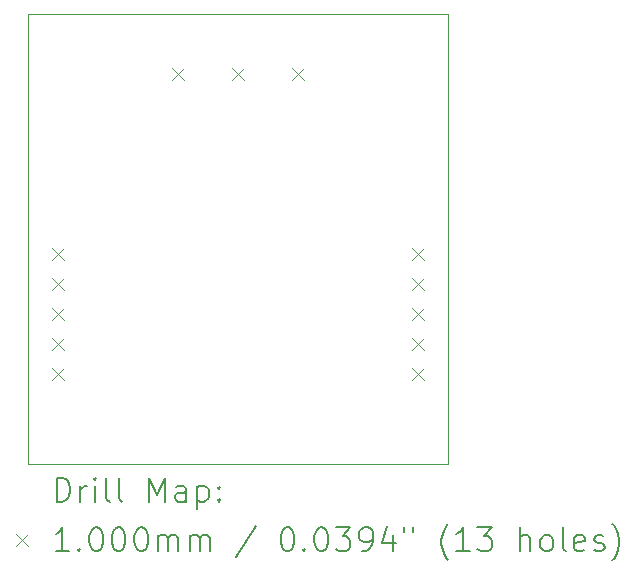
<source format=gbr>
%TF.GenerationSoftware,KiCad,Pcbnew,7.0.2*%
%TF.CreationDate,2023-06-02T21:02:48+10:00*%
%TF.ProjectId,potentiometer-carrier-board,706f7465-6e74-4696-9f6d-657465722d63,rev?*%
%TF.SameCoordinates,Original*%
%TF.FileFunction,Drillmap*%
%TF.FilePolarity,Positive*%
%FSLAX45Y45*%
G04 Gerber Fmt 4.5, Leading zero omitted, Abs format (unit mm)*
G04 Created by KiCad (PCBNEW 7.0.2) date 2023-06-02 21:02:48*
%MOMM*%
%LPD*%
G01*
G04 APERTURE LIST*
%ADD10C,0.100000*%
%ADD11C,0.200000*%
G04 APERTURE END LIST*
D10*
X4572000Y-4318000D02*
X8128000Y-4318000D01*
X8128000Y-8128000D01*
X4572000Y-8128000D01*
X4572000Y-4318000D01*
D11*
D10*
X4776000Y-6300000D02*
X4876000Y-6400000D01*
X4876000Y-6300000D02*
X4776000Y-6400000D01*
X4776000Y-6554000D02*
X4876000Y-6654000D01*
X4876000Y-6554000D02*
X4776000Y-6654000D01*
X4776000Y-6808000D02*
X4876000Y-6908000D01*
X4876000Y-6808000D02*
X4776000Y-6908000D01*
X4776000Y-7062000D02*
X4876000Y-7162000D01*
X4876000Y-7062000D02*
X4776000Y-7162000D01*
X4776000Y-7316000D02*
X4876000Y-7416000D01*
X4876000Y-7316000D02*
X4776000Y-7416000D01*
X5792000Y-4776000D02*
X5892000Y-4876000D01*
X5892000Y-4776000D02*
X5792000Y-4876000D01*
X6300000Y-4776000D02*
X6400000Y-4876000D01*
X6400000Y-4776000D02*
X6300000Y-4876000D01*
X6808000Y-4776000D02*
X6908000Y-4876000D01*
X6908000Y-4776000D02*
X6808000Y-4876000D01*
X7824000Y-6300000D02*
X7924000Y-6400000D01*
X7924000Y-6300000D02*
X7824000Y-6400000D01*
X7824000Y-6554000D02*
X7924000Y-6654000D01*
X7924000Y-6554000D02*
X7824000Y-6654000D01*
X7824000Y-6808000D02*
X7924000Y-6908000D01*
X7924000Y-6808000D02*
X7824000Y-6908000D01*
X7824000Y-7062000D02*
X7924000Y-7162000D01*
X7924000Y-7062000D02*
X7824000Y-7162000D01*
X7824000Y-7316000D02*
X7924000Y-7416000D01*
X7924000Y-7316000D02*
X7824000Y-7416000D01*
D11*
X4814619Y-8445524D02*
X4814619Y-8245524D01*
X4814619Y-8245524D02*
X4862238Y-8245524D01*
X4862238Y-8245524D02*
X4890810Y-8255048D01*
X4890810Y-8255048D02*
X4909857Y-8274095D01*
X4909857Y-8274095D02*
X4919381Y-8293143D01*
X4919381Y-8293143D02*
X4928905Y-8331238D01*
X4928905Y-8331238D02*
X4928905Y-8359809D01*
X4928905Y-8359809D02*
X4919381Y-8397905D01*
X4919381Y-8397905D02*
X4909857Y-8416952D01*
X4909857Y-8416952D02*
X4890810Y-8436000D01*
X4890810Y-8436000D02*
X4862238Y-8445524D01*
X4862238Y-8445524D02*
X4814619Y-8445524D01*
X5014619Y-8445524D02*
X5014619Y-8312190D01*
X5014619Y-8350286D02*
X5024143Y-8331238D01*
X5024143Y-8331238D02*
X5033667Y-8321714D01*
X5033667Y-8321714D02*
X5052714Y-8312190D01*
X5052714Y-8312190D02*
X5071762Y-8312190D01*
X5138429Y-8445524D02*
X5138429Y-8312190D01*
X5138429Y-8245524D02*
X5128905Y-8255048D01*
X5128905Y-8255048D02*
X5138429Y-8264571D01*
X5138429Y-8264571D02*
X5147952Y-8255048D01*
X5147952Y-8255048D02*
X5138429Y-8245524D01*
X5138429Y-8245524D02*
X5138429Y-8264571D01*
X5262238Y-8445524D02*
X5243190Y-8436000D01*
X5243190Y-8436000D02*
X5233667Y-8416952D01*
X5233667Y-8416952D02*
X5233667Y-8245524D01*
X5367000Y-8445524D02*
X5347952Y-8436000D01*
X5347952Y-8436000D02*
X5338429Y-8416952D01*
X5338429Y-8416952D02*
X5338429Y-8245524D01*
X5595571Y-8445524D02*
X5595571Y-8245524D01*
X5595571Y-8245524D02*
X5662238Y-8388381D01*
X5662238Y-8388381D02*
X5728905Y-8245524D01*
X5728905Y-8245524D02*
X5728905Y-8445524D01*
X5909857Y-8445524D02*
X5909857Y-8340762D01*
X5909857Y-8340762D02*
X5900333Y-8321714D01*
X5900333Y-8321714D02*
X5881286Y-8312190D01*
X5881286Y-8312190D02*
X5843190Y-8312190D01*
X5843190Y-8312190D02*
X5824143Y-8321714D01*
X5909857Y-8436000D02*
X5890809Y-8445524D01*
X5890809Y-8445524D02*
X5843190Y-8445524D01*
X5843190Y-8445524D02*
X5824143Y-8436000D01*
X5824143Y-8436000D02*
X5814619Y-8416952D01*
X5814619Y-8416952D02*
X5814619Y-8397905D01*
X5814619Y-8397905D02*
X5824143Y-8378857D01*
X5824143Y-8378857D02*
X5843190Y-8369333D01*
X5843190Y-8369333D02*
X5890809Y-8369333D01*
X5890809Y-8369333D02*
X5909857Y-8359809D01*
X6005095Y-8312190D02*
X6005095Y-8512190D01*
X6005095Y-8321714D02*
X6024143Y-8312190D01*
X6024143Y-8312190D02*
X6062238Y-8312190D01*
X6062238Y-8312190D02*
X6081286Y-8321714D01*
X6081286Y-8321714D02*
X6090809Y-8331238D01*
X6090809Y-8331238D02*
X6100333Y-8350286D01*
X6100333Y-8350286D02*
X6100333Y-8407429D01*
X6100333Y-8407429D02*
X6090809Y-8426476D01*
X6090809Y-8426476D02*
X6081286Y-8436000D01*
X6081286Y-8436000D02*
X6062238Y-8445524D01*
X6062238Y-8445524D02*
X6024143Y-8445524D01*
X6024143Y-8445524D02*
X6005095Y-8436000D01*
X6186048Y-8426476D02*
X6195571Y-8436000D01*
X6195571Y-8436000D02*
X6186048Y-8445524D01*
X6186048Y-8445524D02*
X6176524Y-8436000D01*
X6176524Y-8436000D02*
X6186048Y-8426476D01*
X6186048Y-8426476D02*
X6186048Y-8445524D01*
X6186048Y-8321714D02*
X6195571Y-8331238D01*
X6195571Y-8331238D02*
X6186048Y-8340762D01*
X6186048Y-8340762D02*
X6176524Y-8331238D01*
X6176524Y-8331238D02*
X6186048Y-8321714D01*
X6186048Y-8321714D02*
X6186048Y-8340762D01*
D10*
X4467000Y-8723000D02*
X4567000Y-8823000D01*
X4567000Y-8723000D02*
X4467000Y-8823000D01*
D11*
X4919381Y-8865524D02*
X4805095Y-8865524D01*
X4862238Y-8865524D02*
X4862238Y-8665524D01*
X4862238Y-8665524D02*
X4843190Y-8694095D01*
X4843190Y-8694095D02*
X4824143Y-8713143D01*
X4824143Y-8713143D02*
X4805095Y-8722667D01*
X5005095Y-8846476D02*
X5014619Y-8856000D01*
X5014619Y-8856000D02*
X5005095Y-8865524D01*
X5005095Y-8865524D02*
X4995571Y-8856000D01*
X4995571Y-8856000D02*
X5005095Y-8846476D01*
X5005095Y-8846476D02*
X5005095Y-8865524D01*
X5138429Y-8665524D02*
X5157476Y-8665524D01*
X5157476Y-8665524D02*
X5176524Y-8675048D01*
X5176524Y-8675048D02*
X5186048Y-8684571D01*
X5186048Y-8684571D02*
X5195571Y-8703619D01*
X5195571Y-8703619D02*
X5205095Y-8741714D01*
X5205095Y-8741714D02*
X5205095Y-8789333D01*
X5205095Y-8789333D02*
X5195571Y-8827429D01*
X5195571Y-8827429D02*
X5186048Y-8846476D01*
X5186048Y-8846476D02*
X5176524Y-8856000D01*
X5176524Y-8856000D02*
X5157476Y-8865524D01*
X5157476Y-8865524D02*
X5138429Y-8865524D01*
X5138429Y-8865524D02*
X5119381Y-8856000D01*
X5119381Y-8856000D02*
X5109857Y-8846476D01*
X5109857Y-8846476D02*
X5100333Y-8827429D01*
X5100333Y-8827429D02*
X5090810Y-8789333D01*
X5090810Y-8789333D02*
X5090810Y-8741714D01*
X5090810Y-8741714D02*
X5100333Y-8703619D01*
X5100333Y-8703619D02*
X5109857Y-8684571D01*
X5109857Y-8684571D02*
X5119381Y-8675048D01*
X5119381Y-8675048D02*
X5138429Y-8665524D01*
X5328905Y-8665524D02*
X5347952Y-8665524D01*
X5347952Y-8665524D02*
X5367000Y-8675048D01*
X5367000Y-8675048D02*
X5376524Y-8684571D01*
X5376524Y-8684571D02*
X5386048Y-8703619D01*
X5386048Y-8703619D02*
X5395571Y-8741714D01*
X5395571Y-8741714D02*
X5395571Y-8789333D01*
X5395571Y-8789333D02*
X5386048Y-8827429D01*
X5386048Y-8827429D02*
X5376524Y-8846476D01*
X5376524Y-8846476D02*
X5367000Y-8856000D01*
X5367000Y-8856000D02*
X5347952Y-8865524D01*
X5347952Y-8865524D02*
X5328905Y-8865524D01*
X5328905Y-8865524D02*
X5309857Y-8856000D01*
X5309857Y-8856000D02*
X5300333Y-8846476D01*
X5300333Y-8846476D02*
X5290810Y-8827429D01*
X5290810Y-8827429D02*
X5281286Y-8789333D01*
X5281286Y-8789333D02*
X5281286Y-8741714D01*
X5281286Y-8741714D02*
X5290810Y-8703619D01*
X5290810Y-8703619D02*
X5300333Y-8684571D01*
X5300333Y-8684571D02*
X5309857Y-8675048D01*
X5309857Y-8675048D02*
X5328905Y-8665524D01*
X5519381Y-8665524D02*
X5538429Y-8665524D01*
X5538429Y-8665524D02*
X5557476Y-8675048D01*
X5557476Y-8675048D02*
X5567000Y-8684571D01*
X5567000Y-8684571D02*
X5576524Y-8703619D01*
X5576524Y-8703619D02*
X5586048Y-8741714D01*
X5586048Y-8741714D02*
X5586048Y-8789333D01*
X5586048Y-8789333D02*
X5576524Y-8827429D01*
X5576524Y-8827429D02*
X5567000Y-8846476D01*
X5567000Y-8846476D02*
X5557476Y-8856000D01*
X5557476Y-8856000D02*
X5538429Y-8865524D01*
X5538429Y-8865524D02*
X5519381Y-8865524D01*
X5519381Y-8865524D02*
X5500333Y-8856000D01*
X5500333Y-8856000D02*
X5490810Y-8846476D01*
X5490810Y-8846476D02*
X5481286Y-8827429D01*
X5481286Y-8827429D02*
X5471762Y-8789333D01*
X5471762Y-8789333D02*
X5471762Y-8741714D01*
X5471762Y-8741714D02*
X5481286Y-8703619D01*
X5481286Y-8703619D02*
X5490810Y-8684571D01*
X5490810Y-8684571D02*
X5500333Y-8675048D01*
X5500333Y-8675048D02*
X5519381Y-8665524D01*
X5671762Y-8865524D02*
X5671762Y-8732190D01*
X5671762Y-8751238D02*
X5681286Y-8741714D01*
X5681286Y-8741714D02*
X5700333Y-8732190D01*
X5700333Y-8732190D02*
X5728905Y-8732190D01*
X5728905Y-8732190D02*
X5747952Y-8741714D01*
X5747952Y-8741714D02*
X5757476Y-8760762D01*
X5757476Y-8760762D02*
X5757476Y-8865524D01*
X5757476Y-8760762D02*
X5767000Y-8741714D01*
X5767000Y-8741714D02*
X5786048Y-8732190D01*
X5786048Y-8732190D02*
X5814619Y-8732190D01*
X5814619Y-8732190D02*
X5833667Y-8741714D01*
X5833667Y-8741714D02*
X5843190Y-8760762D01*
X5843190Y-8760762D02*
X5843190Y-8865524D01*
X5938429Y-8865524D02*
X5938429Y-8732190D01*
X5938429Y-8751238D02*
X5947952Y-8741714D01*
X5947952Y-8741714D02*
X5967000Y-8732190D01*
X5967000Y-8732190D02*
X5995571Y-8732190D01*
X5995571Y-8732190D02*
X6014619Y-8741714D01*
X6014619Y-8741714D02*
X6024143Y-8760762D01*
X6024143Y-8760762D02*
X6024143Y-8865524D01*
X6024143Y-8760762D02*
X6033667Y-8741714D01*
X6033667Y-8741714D02*
X6052714Y-8732190D01*
X6052714Y-8732190D02*
X6081286Y-8732190D01*
X6081286Y-8732190D02*
X6100333Y-8741714D01*
X6100333Y-8741714D02*
X6109857Y-8760762D01*
X6109857Y-8760762D02*
X6109857Y-8865524D01*
X6500333Y-8656000D02*
X6328905Y-8913143D01*
X6757476Y-8665524D02*
X6776524Y-8665524D01*
X6776524Y-8665524D02*
X6795572Y-8675048D01*
X6795572Y-8675048D02*
X6805095Y-8684571D01*
X6805095Y-8684571D02*
X6814619Y-8703619D01*
X6814619Y-8703619D02*
X6824143Y-8741714D01*
X6824143Y-8741714D02*
X6824143Y-8789333D01*
X6824143Y-8789333D02*
X6814619Y-8827429D01*
X6814619Y-8827429D02*
X6805095Y-8846476D01*
X6805095Y-8846476D02*
X6795572Y-8856000D01*
X6795572Y-8856000D02*
X6776524Y-8865524D01*
X6776524Y-8865524D02*
X6757476Y-8865524D01*
X6757476Y-8865524D02*
X6738429Y-8856000D01*
X6738429Y-8856000D02*
X6728905Y-8846476D01*
X6728905Y-8846476D02*
X6719381Y-8827429D01*
X6719381Y-8827429D02*
X6709857Y-8789333D01*
X6709857Y-8789333D02*
X6709857Y-8741714D01*
X6709857Y-8741714D02*
X6719381Y-8703619D01*
X6719381Y-8703619D02*
X6728905Y-8684571D01*
X6728905Y-8684571D02*
X6738429Y-8675048D01*
X6738429Y-8675048D02*
X6757476Y-8665524D01*
X6909857Y-8846476D02*
X6919381Y-8856000D01*
X6919381Y-8856000D02*
X6909857Y-8865524D01*
X6909857Y-8865524D02*
X6900333Y-8856000D01*
X6900333Y-8856000D02*
X6909857Y-8846476D01*
X6909857Y-8846476D02*
X6909857Y-8865524D01*
X7043191Y-8665524D02*
X7062238Y-8665524D01*
X7062238Y-8665524D02*
X7081286Y-8675048D01*
X7081286Y-8675048D02*
X7090810Y-8684571D01*
X7090810Y-8684571D02*
X7100333Y-8703619D01*
X7100333Y-8703619D02*
X7109857Y-8741714D01*
X7109857Y-8741714D02*
X7109857Y-8789333D01*
X7109857Y-8789333D02*
X7100333Y-8827429D01*
X7100333Y-8827429D02*
X7090810Y-8846476D01*
X7090810Y-8846476D02*
X7081286Y-8856000D01*
X7081286Y-8856000D02*
X7062238Y-8865524D01*
X7062238Y-8865524D02*
X7043191Y-8865524D01*
X7043191Y-8865524D02*
X7024143Y-8856000D01*
X7024143Y-8856000D02*
X7014619Y-8846476D01*
X7014619Y-8846476D02*
X7005095Y-8827429D01*
X7005095Y-8827429D02*
X6995572Y-8789333D01*
X6995572Y-8789333D02*
X6995572Y-8741714D01*
X6995572Y-8741714D02*
X7005095Y-8703619D01*
X7005095Y-8703619D02*
X7014619Y-8684571D01*
X7014619Y-8684571D02*
X7024143Y-8675048D01*
X7024143Y-8675048D02*
X7043191Y-8665524D01*
X7176524Y-8665524D02*
X7300333Y-8665524D01*
X7300333Y-8665524D02*
X7233667Y-8741714D01*
X7233667Y-8741714D02*
X7262238Y-8741714D01*
X7262238Y-8741714D02*
X7281286Y-8751238D01*
X7281286Y-8751238D02*
X7290810Y-8760762D01*
X7290810Y-8760762D02*
X7300333Y-8779810D01*
X7300333Y-8779810D02*
X7300333Y-8827429D01*
X7300333Y-8827429D02*
X7290810Y-8846476D01*
X7290810Y-8846476D02*
X7281286Y-8856000D01*
X7281286Y-8856000D02*
X7262238Y-8865524D01*
X7262238Y-8865524D02*
X7205095Y-8865524D01*
X7205095Y-8865524D02*
X7186048Y-8856000D01*
X7186048Y-8856000D02*
X7176524Y-8846476D01*
X7395572Y-8865524D02*
X7433667Y-8865524D01*
X7433667Y-8865524D02*
X7452714Y-8856000D01*
X7452714Y-8856000D02*
X7462238Y-8846476D01*
X7462238Y-8846476D02*
X7481286Y-8817905D01*
X7481286Y-8817905D02*
X7490810Y-8779810D01*
X7490810Y-8779810D02*
X7490810Y-8703619D01*
X7490810Y-8703619D02*
X7481286Y-8684571D01*
X7481286Y-8684571D02*
X7471762Y-8675048D01*
X7471762Y-8675048D02*
X7452714Y-8665524D01*
X7452714Y-8665524D02*
X7414619Y-8665524D01*
X7414619Y-8665524D02*
X7395572Y-8675048D01*
X7395572Y-8675048D02*
X7386048Y-8684571D01*
X7386048Y-8684571D02*
X7376524Y-8703619D01*
X7376524Y-8703619D02*
X7376524Y-8751238D01*
X7376524Y-8751238D02*
X7386048Y-8770286D01*
X7386048Y-8770286D02*
X7395572Y-8779810D01*
X7395572Y-8779810D02*
X7414619Y-8789333D01*
X7414619Y-8789333D02*
X7452714Y-8789333D01*
X7452714Y-8789333D02*
X7471762Y-8779810D01*
X7471762Y-8779810D02*
X7481286Y-8770286D01*
X7481286Y-8770286D02*
X7490810Y-8751238D01*
X7662238Y-8732190D02*
X7662238Y-8865524D01*
X7614619Y-8656000D02*
X7567000Y-8798857D01*
X7567000Y-8798857D02*
X7690810Y-8798857D01*
X7757476Y-8665524D02*
X7757476Y-8703619D01*
X7833667Y-8665524D02*
X7833667Y-8703619D01*
X8128905Y-8941714D02*
X8119381Y-8932190D01*
X8119381Y-8932190D02*
X8100334Y-8903619D01*
X8100334Y-8903619D02*
X8090810Y-8884571D01*
X8090810Y-8884571D02*
X8081286Y-8856000D01*
X8081286Y-8856000D02*
X8071762Y-8808381D01*
X8071762Y-8808381D02*
X8071762Y-8770286D01*
X8071762Y-8770286D02*
X8081286Y-8722667D01*
X8081286Y-8722667D02*
X8090810Y-8694095D01*
X8090810Y-8694095D02*
X8100334Y-8675048D01*
X8100334Y-8675048D02*
X8119381Y-8646476D01*
X8119381Y-8646476D02*
X8128905Y-8636952D01*
X8309857Y-8865524D02*
X8195572Y-8865524D01*
X8252714Y-8865524D02*
X8252714Y-8665524D01*
X8252714Y-8665524D02*
X8233667Y-8694095D01*
X8233667Y-8694095D02*
X8214619Y-8713143D01*
X8214619Y-8713143D02*
X8195572Y-8722667D01*
X8376524Y-8665524D02*
X8500334Y-8665524D01*
X8500334Y-8665524D02*
X8433667Y-8741714D01*
X8433667Y-8741714D02*
X8462238Y-8741714D01*
X8462238Y-8741714D02*
X8481286Y-8751238D01*
X8481286Y-8751238D02*
X8490810Y-8760762D01*
X8490810Y-8760762D02*
X8500334Y-8779810D01*
X8500334Y-8779810D02*
X8500334Y-8827429D01*
X8500334Y-8827429D02*
X8490810Y-8846476D01*
X8490810Y-8846476D02*
X8481286Y-8856000D01*
X8481286Y-8856000D02*
X8462238Y-8865524D01*
X8462238Y-8865524D02*
X8405096Y-8865524D01*
X8405096Y-8865524D02*
X8386048Y-8856000D01*
X8386048Y-8856000D02*
X8376524Y-8846476D01*
X8738429Y-8865524D02*
X8738429Y-8665524D01*
X8824143Y-8865524D02*
X8824143Y-8760762D01*
X8824143Y-8760762D02*
X8814619Y-8741714D01*
X8814619Y-8741714D02*
X8795572Y-8732190D01*
X8795572Y-8732190D02*
X8767000Y-8732190D01*
X8767000Y-8732190D02*
X8747953Y-8741714D01*
X8747953Y-8741714D02*
X8738429Y-8751238D01*
X8947953Y-8865524D02*
X8928905Y-8856000D01*
X8928905Y-8856000D02*
X8919381Y-8846476D01*
X8919381Y-8846476D02*
X8909858Y-8827429D01*
X8909858Y-8827429D02*
X8909858Y-8770286D01*
X8909858Y-8770286D02*
X8919381Y-8751238D01*
X8919381Y-8751238D02*
X8928905Y-8741714D01*
X8928905Y-8741714D02*
X8947953Y-8732190D01*
X8947953Y-8732190D02*
X8976524Y-8732190D01*
X8976524Y-8732190D02*
X8995572Y-8741714D01*
X8995572Y-8741714D02*
X9005096Y-8751238D01*
X9005096Y-8751238D02*
X9014619Y-8770286D01*
X9014619Y-8770286D02*
X9014619Y-8827429D01*
X9014619Y-8827429D02*
X9005096Y-8846476D01*
X9005096Y-8846476D02*
X8995572Y-8856000D01*
X8995572Y-8856000D02*
X8976524Y-8865524D01*
X8976524Y-8865524D02*
X8947953Y-8865524D01*
X9128905Y-8865524D02*
X9109858Y-8856000D01*
X9109858Y-8856000D02*
X9100334Y-8836952D01*
X9100334Y-8836952D02*
X9100334Y-8665524D01*
X9281286Y-8856000D02*
X9262239Y-8865524D01*
X9262239Y-8865524D02*
X9224143Y-8865524D01*
X9224143Y-8865524D02*
X9205096Y-8856000D01*
X9205096Y-8856000D02*
X9195572Y-8836952D01*
X9195572Y-8836952D02*
X9195572Y-8760762D01*
X9195572Y-8760762D02*
X9205096Y-8741714D01*
X9205096Y-8741714D02*
X9224143Y-8732190D01*
X9224143Y-8732190D02*
X9262239Y-8732190D01*
X9262239Y-8732190D02*
X9281286Y-8741714D01*
X9281286Y-8741714D02*
X9290810Y-8760762D01*
X9290810Y-8760762D02*
X9290810Y-8779810D01*
X9290810Y-8779810D02*
X9195572Y-8798857D01*
X9367000Y-8856000D02*
X9386048Y-8865524D01*
X9386048Y-8865524D02*
X9424143Y-8865524D01*
X9424143Y-8865524D02*
X9443191Y-8856000D01*
X9443191Y-8856000D02*
X9452715Y-8836952D01*
X9452715Y-8836952D02*
X9452715Y-8827429D01*
X9452715Y-8827429D02*
X9443191Y-8808381D01*
X9443191Y-8808381D02*
X9424143Y-8798857D01*
X9424143Y-8798857D02*
X9395572Y-8798857D01*
X9395572Y-8798857D02*
X9376524Y-8789333D01*
X9376524Y-8789333D02*
X9367000Y-8770286D01*
X9367000Y-8770286D02*
X9367000Y-8760762D01*
X9367000Y-8760762D02*
X9376524Y-8741714D01*
X9376524Y-8741714D02*
X9395572Y-8732190D01*
X9395572Y-8732190D02*
X9424143Y-8732190D01*
X9424143Y-8732190D02*
X9443191Y-8741714D01*
X9519381Y-8941714D02*
X9528905Y-8932190D01*
X9528905Y-8932190D02*
X9547953Y-8903619D01*
X9547953Y-8903619D02*
X9557477Y-8884571D01*
X9557477Y-8884571D02*
X9567000Y-8856000D01*
X9567000Y-8856000D02*
X9576524Y-8808381D01*
X9576524Y-8808381D02*
X9576524Y-8770286D01*
X9576524Y-8770286D02*
X9567000Y-8722667D01*
X9567000Y-8722667D02*
X9557477Y-8694095D01*
X9557477Y-8694095D02*
X9547953Y-8675048D01*
X9547953Y-8675048D02*
X9528905Y-8646476D01*
X9528905Y-8646476D02*
X9519381Y-8636952D01*
M02*

</source>
